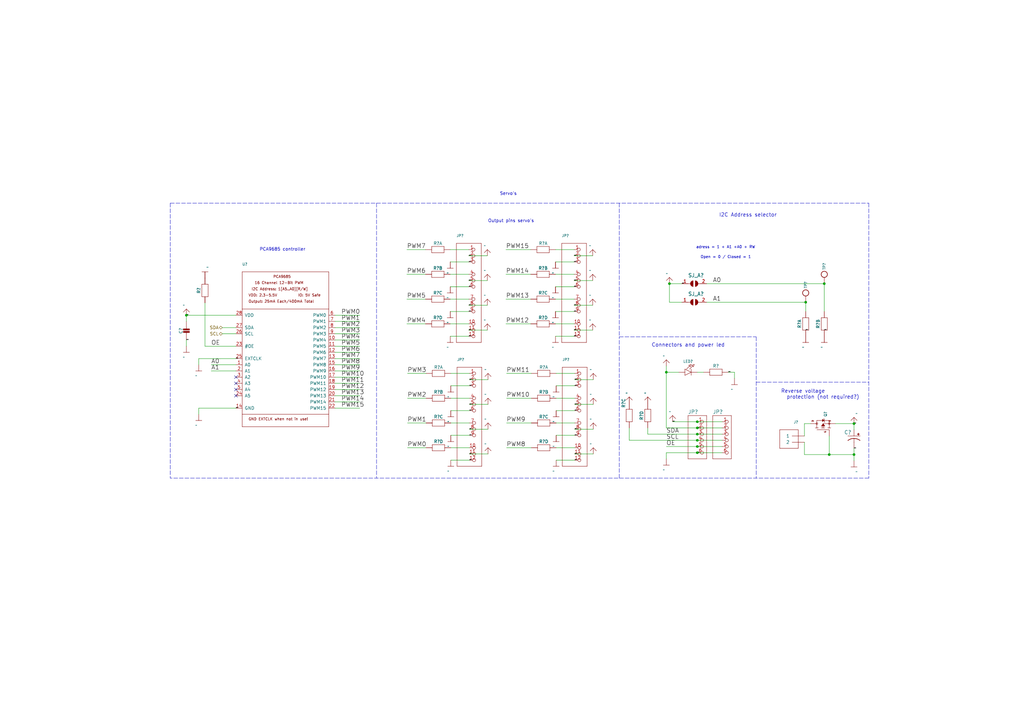
<source format=kicad_sch>
(kicad_sch (version 20211123) (generator eeschema)
  (paper "A3")
  (title_block (date "2022-08-20") (rev "V1.0") (comment 1 "Casper Tak"))
  (lib_symbols
    (symbol "Adafruit-PCA9685-rev-C-rescue:5.0V-Adafruit_PCA9685_rev_C-eagle-import" (power) (pin_names (offset 1.016))
      (property "Value" "5.0V-Adafruit_PCA9685_rev_C-eagle-import" (at -1.524 1.016 0))
      (symbol "5.0V-Adafruit_PCA9685_rev_C-eagle-import_1_0"
        (polyline (pts (xy -1.27 -1.27) (xy 0 0)))
        (polyline (pts (xy 0 0) (xy 1.27 -1.27)))
        (pin power_in line (at 0 -2.54 90) (length 2.54) (name "5.0V") (number "1"))
      )
    )
    (symbol "Adafruit-PCA9685-rev-C-rescue:CAP_CERAMIC0805-NOOUTLINE-Adafruit_PCA9685_rev_C-eagle-import" (pin_names (offset 1.016))
      (property "Reference" "C" (at -2.286 1.2446 90))
      (property "Value" "CAP_CERAMIC0805-NOOUTLINE-Adafruit_PCA9685_rev_C-eagle-import" (at 2.286 1.2446 90))
      (symbol "CAP_CERAMIC0805-NOOUTLINE-Adafruit_PCA9685_rev_C-eagle-import_1_0"
        (rectangle (start -1.27 0.508) (end 1.27 1.016) (fill (type outline)))
        (rectangle (start -1.27 1.524) (end 1.27 2.032) (fill (type outline)))
        (polyline (pts (xy 0 0.762) (xy 0 0)))
        (polyline (pts (xy 0 2.54) (xy 0 1.778)))
        (pin passive line (at 0 5.08 270) (length 2.54) (name "1") (number "1"))
        (pin passive line (at 0 -2.54 90) (length 2.54) (name "2") (number "2"))
      )
    )
    (symbol "Adafruit-PCA9685-rev-C-rescue:CPOL-USE3.5-8-Adafruit_PCA9685_rev_C-eagle-import" (pin_names (offset 1.016))
      (property "Reference" "C" (at 1.016 0.635 0))
      (property "Value" "CPOL-USE3.5-8-Adafruit_PCA9685_rev_C-eagle-import" (at 1.016 -4.191 0))
      (symbol "CPOL-USE3.5-8-Adafruit_PCA9685_rev_C-eagle-import_1_0"
        (rectangle (start -2.2352 0.6604) (end -1.3462 0.7874) (fill (type outline)))
        (rectangle (start -1.8542 0.2794) (end -1.7272 1.1684) (fill (type outline)))
        (arc (start 0 -1.016) (mid -1.2939 -1.2289) (end -2.4638 -1.8288) (stroke (width 0.254)))
        (polyline (pts (xy -2.54 0) (xy 2.54 0)))
        (polyline (pts (xy 0 -1.016) (xy 0 -2.54)))
        (arc (start 2.4892 -1.8542) (mid 1.3167 -1.2157) (end 0 -0.9906) (stroke (width 0.254)))
        (pin passive line (at 0 2.54 270) (length 2.54) (name "+") (number "+"))
        (pin passive line (at 0 -5.08 90) (length 2.54) (name "-") (number "-"))
      )
    )
    (symbol "Adafruit-PCA9685-rev-C-rescue:GND-Adafruit_PCA9685_rev_C-eagle-import" (power) (pin_names (offset 1.016))
      (property "Value" "GND-Adafruit_PCA9685_rev_C-eagle-import" (at -1.524 -2.54 0))
      (symbol "GND-Adafruit_PCA9685_rev_C-eagle-import_1_0"
        (polyline (pts (xy -1.27 0) (xy 1.27 0)))
        (pin power_in line (at 0 2.54 270) (length 2.54) (name "GND") (number "1"))
      )
    )
    (symbol "Adafruit-PCA9685-rev-C-rescue:HEADER-3X04-Adafruit_PCA9685_rev_C-eagle-import" (pin_names (offset 1.016))
      (property "Reference" "JP" (at -5.08 22.86 0))
      (property "Value" "HEADER-3X04-Adafruit_PCA9685_rev_C-eagle-import" (at -5.08 -22.86 0))
      (symbol "HEADER-3X04-Adafruit_PCA9685_rev_C-eagle-import_1_0"
        (polyline (pts (xy -5.08 -20.32) (xy -5.08 20.32)))
        (polyline (pts (xy -5.08 20.32) (xy 5.08 20.32)))
        (polyline (pts (xy 5.08 -20.32) (xy -5.08 -20.32)))
        (polyline (pts (xy 5.08 20.32) (xy 5.08 -20.32)))
        (pin passive inverted (at 0 17.78 0) (length 2.54) (name "1") (number "1"))
        (pin passive inverted (at 0 -12.7 0) (length 2.54) (name "10") (number "10"))
        (pin passive inverted (at 0 -15.24 0) (length 2.54) (name "11") (number "11"))
        (pin passive inverted (at 0 -17.78 0) (length 2.54) (name "12") (number "12"))
        (pin passive inverted (at 0 15.24 0) (length 2.54) (name "2") (number "2"))
        (pin passive inverted (at 0 12.7 0) (length 2.54) (name "3") (number "3"))
        (pin passive inverted (at 0 7.62 0) (length 2.54) (name "4") (number "4"))
        (pin passive inverted (at 0 5.08 0) (length 2.54) (name "5") (number "5"))
        (pin passive inverted (at 0 2.54 0) (length 2.54) (name "6") (number "6"))
        (pin passive inverted (at 0 -2.54 0) (length 2.54) (name "7") (number "7"))
        (pin passive inverted (at 0 -5.08 0) (length 2.54) (name "8") (number "8"))
        (pin passive inverted (at 0 -7.62 0) (length 2.54) (name "9") (number "9"))
      )
    )
    (symbol "Adafruit-PCA9685-rev-C-rescue:LED0805_NOOUTLINE-Adafruit_PCA9685_rev_C-eagle-import" (pin_names (offset 1.016))
      (property "Reference" "D" (at -1.27 4.445 0))
      (property "Value" "LED0805_NOOUTLINE-Adafruit_PCA9685_rev_C-eagle-import" (at -1.27 -2.794 0))
      (symbol "LED0805_NOOUTLINE-Adafruit_PCA9685_rev_C-eagle-import_1_0"
        (polyline (pts (xy -2.54 -1.27) (xy 0 0)))
        (polyline (pts (xy -2.54 1.27) (xy -2.54 -1.27)))
        (polyline (pts (xy -1.905 1.27) (xy -0.635 2.54)))
        (polyline (pts (xy -0.9398 2.8448) (xy -0.3048 2.2098)))
        (polyline (pts (xy -0.635 1.27) (xy 0.635 2.54)))
        (polyline (pts (xy -0.3048 2.2098) (xy 0 3.175)))
        (polyline (pts (xy 0 0) (xy -2.54 1.27)))
        (polyline (pts (xy 0 0) (xy 0 -1.27)))
        (polyline (pts (xy 0 1.27) (xy 0 0)))
        (polyline (pts (xy 0 3.175) (xy -0.9398 2.8448)))
        (polyline (pts (xy 0.3048 2.8448) (xy 0.9398 2.2098)))
        (polyline (pts (xy 0.9398 2.2098) (xy 1.27 3.175)))
        (polyline (pts (xy 1.27 3.175) (xy 0.3048 2.8448)))
        (pin passive line (at -5.08 0 0) (length 2.54) (name "A") (number "A"))
        (pin passive line (at 2.54 0 180) (length 2.54) (name "C") (number "C"))
      )
    )
    (symbol "Adafruit-PCA9685-rev-C-rescue:MOSFET-PTO252-Adafruit_PCA9685_rev_C-eagle-import" (pin_names (offset 1.016))
      (property "Reference" "Q" (at 2.794 0.381 0))
      (property "Value" "MOSFET-PTO252-Adafruit_PCA9685_rev_C-eagle-import" (at 2.794 -1.905 0))
      (symbol "MOSFET-PTO252-Adafruit_PCA9685_rev_C-eagle-import_1_0"
        (circle (center 0 -2.54) (radius 0.3556))
        (polyline (pts (xy -2.54 -2.54) (xy -2.54 2.54)))
        (polyline (pts (xy -1.778 -3.175) (xy -1.778 -2.54)))
        (polyline (pts (xy -1.778 -2.54) (xy -1.778 -1.905)))
        (polyline (pts (xy -1.778 -2.54) (xy 1.27 -2.54)))
        (polyline (pts (xy -1.778 -0.762) (xy -1.778 0)))
        (polyline (pts (xy -1.778 0) (xy -1.778 0.762)))
        (polyline (pts (xy -1.778 0) (xy 0 0)))
        (polyline (pts (xy -1.778 1.905) (xy -1.778 2.54)))
        (polyline (pts (xy -1.778 2.54) (xy -1.778 3.175)))
        (polyline (pts (xy 0 0) (xy 0 2.54)))
        (polyline (pts (xy 0 2.54) (xy -1.778 2.54)))
        (polyline (pts (xy 0 2.54) (xy 1.27 2.54)))
        (polyline (pts (xy 0.508 0.762) (xy 0.762 0.508)))
        (polyline (pts (xy 0.762 0.508) (xy 1.27 0.508)))
        (polyline (pts (xy 1.27 -2.54) (xy 1.27 0.508)))
        (polyline (pts (xy 1.27 0.508) (xy 1.27 2.54)))
        (polyline (pts (xy 1.27 0.508) (xy 1.778 0.508)))
        (polyline (pts (xy 1.778 0.508) (xy 2.032 0.254)))
        (polyline (pts (xy 0 0) (xy -1.016 0.762) (xy -1.016 -0.762)) (fill (type outline)))
        (polyline (pts (xy 1.27 0.508) (xy 1.778 -0.254) (xy 0.762 -0.254)) (fill (type outline)))
        (circle (center 0 2.54) (radius 0.3556))
        (text "D" (at 0.635 -3.81 0) (effects (font (size 0.6858 0.6858)) (justify left bottom)))
        (text "G" (at -3.81 1.27 0) (effects (font (size 0.6858 0.6858)) (justify left bottom)))
        (text "S" (at 0.635 3.175 0) (effects (font (size 0.6858 0.6858)) (justify left bottom)))
        (pin passive line (at -5.08 2.54 0) (length 2.54) (name "G") (number "1"))
        (pin passive line (at 0 5.08 270) (length 2.54) (name "S") (number "2"))
        (pin passive line (at 0 -5.08 90) (length 2.54) (name "D") (number "3"))
      )
    )
    (symbol "Adafruit-PCA9685-rev-C-rescue:PCA9685-Adafruit_PCA9685_rev_C-eagle-import" (pin_names (offset 1.016))
      (property "Reference" "U" (at -17.78 35.56 0))
      (property "Value" "PCA9685-Adafruit_PCA9685_rev_C-eagle-import" (at -17.78 -33.02 0))
      (symbol "PCA9685-Adafruit_PCA9685_rev_C-eagle-import_1_0"
        (polyline (pts (xy -17.78 -30.48) (xy -17.78 -25.4)))
        (polyline (pts (xy -17.78 -25.4) (xy -17.78 17.78)))
        (polyline (pts (xy -17.78 -25.4) (xy 17.78 -25.4)))
        (polyline (pts (xy -17.78 17.78) (xy -17.78 33.02)))
        (polyline (pts (xy -17.78 17.78) (xy 17.78 17.78)))
        (polyline (pts (xy -17.78 33.02) (xy 17.78 33.02)))
        (polyline (pts (xy 17.78 -30.48) (xy -17.78 -30.48)))
        (polyline (pts (xy 17.78 17.78) (xy 17.78 -30.48)))
        (polyline (pts (xy 17.78 17.78) (xy 17.78 33.02)))
        (text "16 Channel 12-Bit PWM" (at -12.7 27.94 0) (effects (font (size 1.0668 1.0668)) (justify left bottom)))
        (text "GND EXTCLK when not in use!" (at -15.24 -27.94 0) (effects (font (size 1.0668 1.0668)) (justify left bottom)))
        (text "I2C Address: 1[A5..A0][R/W]" (at -13.97 25.4 0) (effects (font (size 1.0668 1.0668)) (justify left bottom)))
        (text "IO: 5V Safe" (at 5.08 22.86 0) (effects (font (size 1.0668 1.0668)) (justify left bottom)))
        (text "Output: 25mA Each/400mA Total" (at -15.24 20.32 0) (effects (font (size 1.0668 1.0668)) (justify left bottom)))
        (text "PCA9685" (at -5.08 30.48 0) (effects (font (size 1.0668 1.0668)) (justify left bottom)))
        (text "VDD: 2.3-5.5V" (at -15.24 22.86 0) (effects (font (size 1.0668 1.0668)) (justify left bottom)))
        (pin bidirectional line (at -20.32 -5.08 0) (length 2.54) (name "A0") (number "1"))
        (pin output line (at 20.32 5.08 180) (length 2.54) (name "PWM4") (number "10"))
        (pin output line (at 20.32 2.54 180) (length 2.54) (name "PWM5") (number "11"))
        (pin output line (at 20.32 0 180) (length 2.54) (name "PWM6") (number "12"))
        (pin output line (at 20.32 -2.54 180) (length 2.54) (name "PWM7") (number "13"))
        (pin power_in line (at -20.32 -22.86 0) (length 2.54) (name "GND") (number "14"))
        (pin output line (at 20.32 -5.08 180) (length 2.54) (name "PWM8") (number "15"))
        (pin output line (at 20.32 -7.62 180) (length 2.54) (name "PWM9") (number "16"))
        (pin output line (at 20.32 -10.16 180) (length 2.54) (name "PWM10") (number "17"))
        (pin output line (at 20.32 -12.7 180) (length 2.54) (name "PWM11") (number "18"))
        (pin output line (at 20.32 -15.24 180) (length 2.54) (name "PWM12") (number "19"))
        (pin bidirectional line (at -20.32 -7.62 0) (length 2.54) (name "A1") (number "2"))
        (pin output line (at 20.32 -17.78 180) (length 2.54) (name "PWM13") (number "20"))
        (pin output line (at 20.32 -20.32 180) (length 2.54) (name "PWM14") (number "21"))
        (pin output line (at 20.32 -22.86 180) (length 2.54) (name "PWM15") (number "22"))
        (pin input line (at -20.32 2.54 0) (length 2.54) (name "#OE") (number "23"))
        (pin bidirectional line (at -20.32 -17.78 0) (length 2.54) (name "A5") (number "24"))
        (pin input line (at -20.32 -2.54 0) (length 2.54) (name "EXTCLK") (number "25"))
        (pin bidirectional line (at -20.32 7.62 0) (length 2.54) (name "SCL") (number "26"))
        (pin bidirectional line (at -20.32 10.16 0) (length 2.54) (name "SDA") (number "27"))
        (pin power_in line (at -20.32 15.24 0) (length 2.54) (name "VDD") (number "28"))
        (pin bidirectional line (at -20.32 -10.16 0) (length 2.54) (name "A2") (number "3"))
        (pin bidirectional line (at -20.32 -12.7 0) (length 2.54) (name "A3") (number "4"))
        (pin bidirectional line (at -20.32 -15.24 0) (length 2.54) (name "A4") (number "5"))
        (pin output line (at 20.32 15.24 180) (length 2.54) (name "PWM0") (number "6"))
        (pin output line (at 20.32 12.7 180) (length 2.54) (name "PWM1") (number "7"))
        (pin output line (at 20.32 10.16 180) (length 2.54) (name "PWM2") (number "8"))
        (pin output line (at 20.32 7.62 180) (length 2.54) (name "PWM3") (number "9"))
      )
    )
    (symbol "Adafruit-PCA9685-rev-C-rescue:PINHD-1X6CB-Adafruit_PCA9685_rev_C-eagle-import" (pin_names (offset 1.016))
      (property "Reference" "JP" (at -6.35 10.795 0))
      (property "Value" "PINHD-1X6CB-Adafruit_PCA9685_rev_C-eagle-import" (at -6.35 -10.16 0))
      (symbol "PINHD-1X6CB-Adafruit_PCA9685_rev_C-eagle-import_1_0"
        (polyline (pts (xy -6.35 -7.62) (xy 1.27 -7.62)))
        (polyline (pts (xy -6.35 10.16) (xy -6.35 -7.62)))
        (polyline (pts (xy 1.27 -7.62) (xy 1.27 10.16)))
        (polyline (pts (xy 1.27 10.16) (xy -6.35 10.16)))
        (pin passive inverted (at -2.54 7.62 0) (length 2.54) (name "1") (number "1"))
        (pin passive inverted (at -2.54 5.08 0) (length 2.54) (name "2") (number "2"))
        (pin passive inverted (at -2.54 2.54 0) (length 2.54) (name "3") (number "3"))
        (pin passive inverted (at -2.54 0 0) (length 2.54) (name "4") (number "4"))
        (pin passive inverted (at -2.54 -2.54 0) (length 2.54) (name "5") (number "5"))
        (pin passive inverted (at -2.54 -5.08 0) (length 2.54) (name "6") (number "6"))
      )
    )
    (symbol "Adafruit-PCA9685-rev-C-rescue:RESISTOR0805_NOOUTLINE-Adafruit_PCA9685_rev_C-eagle-import" (pin_names (offset 1.016))
      (property "Reference" "R" (at 0 2.54 0))
      (property "Value" "RESISTOR0805_NOOUTLINE-Adafruit_PCA9685_rev_C-eagle-import" (at 0 0 0))
      (symbol "RESISTOR0805_NOOUTLINE-Adafruit_PCA9685_rev_C-eagle-import_1_0"
        (polyline (pts (xy -2.54 -1.27) (xy -2.54 1.27)))
        (polyline (pts (xy -2.54 1.27) (xy 2.54 1.27)))
        (polyline (pts (xy 2.54 -1.27) (xy -2.54 -1.27)))
        (polyline (pts (xy 2.54 1.27) (xy 2.54 -1.27)))
        (pin passive line (at -5.08 0 0) (length 2.54) (name "1") (number "1"))
        (pin passive line (at 5.08 0 180) (length 2.54) (name "2") (number "2"))
      )
    )
    (symbol "Adafruit-PCA9685-rev-C-rescue:RESISTOR_0805MP-Adafruit_PCA9685_rev_C-eagle-import" (pin_names (offset 1.016))
      (property "Reference" "R" (at 0 2.54 0))
      (property "Value" "RESISTOR_0805MP-Adafruit_PCA9685_rev_C-eagle-import" (at 0 0 0))
      (symbol "RESISTOR_0805MP-Adafruit_PCA9685_rev_C-eagle-import_1_0"
        (polyline (pts (xy -2.54 -1.27) (xy -2.54 1.27)))
        (polyline (pts (xy -2.54 1.27) (xy 2.54 1.27)))
        (polyline (pts (xy 2.54 -1.27) (xy -2.54 -1.27)))
        (polyline (pts (xy 2.54 1.27) (xy 2.54 -1.27)))
        (pin passive line (at -5.08 0 0) (length 2.54) (name "1") (number "1"))
        (pin passive line (at 5.08 0 180) (length 2.54) (name "2") (number "2"))
      )
    )
    (symbol "Adafruit-PCA9685-rev-C-rescue:RESISTOR_4PACK-Adafruit_PCA9685_rev_C-eagle-import" (pin_names (offset 1.016))
      (property "Reference" "R" (at 0 2.54 0))
      (property "Value" "RESISTOR_4PACK-Adafruit_PCA9685_rev_C-eagle-import" (at 0 0 0))
      (symbol "RESISTOR_4PACK-Adafruit_PCA9685_rev_C-eagle-import_1_0"
        (polyline (pts (xy -2.54 -1.27) (xy -2.54 1.27)))
        (polyline (pts (xy -2.54 1.27) (xy 2.54 1.27)))
        (polyline (pts (xy 2.54 -1.27) (xy -2.54 -1.27)))
        (polyline (pts (xy 2.54 1.27) (xy 2.54 -1.27)))
        (pin passive line (at -5.08 0 0) (length 2.54) (name "1") (number "1"))
        (pin passive line (at 5.08 0 180) (length 2.54) (name "2") (number "8"))
      )
      (symbol "RESISTOR_4PACK-Adafruit_PCA9685_rev_C-eagle-import_2_0"
        (polyline (pts (xy -2.54 -1.27) (xy -2.54 1.27)))
        (polyline (pts (xy -2.54 1.27) (xy 2.54 1.27)))
        (polyline (pts (xy 2.54 -1.27) (xy -2.54 -1.27)))
        (polyline (pts (xy 2.54 1.27) (xy 2.54 -1.27)))
        (pin passive line (at -5.08 0 0) (length 2.54) (name "1") (number "2"))
        (pin passive line (at 5.08 0 180) (length 2.54) (name "2") (number "7"))
      )
      (symbol "RESISTOR_4PACK-Adafruit_PCA9685_rev_C-eagle-import_3_0"
        (polyline (pts (xy -2.54 -1.27) (xy -2.54 1.27)))
        (polyline (pts (xy -2.54 1.27) (xy 2.54 1.27)))
        (polyline (pts (xy 2.54 -1.27) (xy -2.54 -1.27)))
        (polyline (pts (xy 2.54 1.27) (xy 2.54 -1.27)))
        (pin passive line (at -5.08 0 0) (length 2.54) (name "1") (number "3"))
        (pin passive line (at 5.08 0 180) (length 2.54) (name "2") (number "6"))
      )
      (symbol "RESISTOR_4PACK-Adafruit_PCA9685_rev_C-eagle-import_4_0"
        (polyline (pts (xy -2.54 -1.27) (xy -2.54 1.27)))
        (polyline (pts (xy -2.54 1.27) (xy 2.54 1.27)))
        (polyline (pts (xy 2.54 -1.27) (xy -2.54 -1.27)))
        (polyline (pts (xy 2.54 1.27) (xy 2.54 -1.27)))
        (pin passive line (at -5.08 0 0) (length 2.54) (name "1") (number "4"))
        (pin passive line (at 5.08 0 180) (length 2.54) (name "2") (number "5"))
      )
    )
    (symbol "Adafruit-PCA9685-rev-C-rescue:SOLDERJUMPERREFLOW_NOPASTE-Adafruit_PCA9685_rev_C-eagle-import" (pin_names (offset 1.016))
      (property "Reference" "SJ" (at -2.54 2.54 0))
      (property "Value" "SOLDERJUMPERREFLOW_NOPASTE-Adafruit_PCA9685_rev_C-eagle-import" (at -2.54 -3.81 0))
      (symbol "SOLDERJUMPERREFLOW_NOPASTE-Adafruit_PCA9685_rev_C-eagle-import_1_0"
        (arc (start -0.381 1.2446) (mid -1.6005 0) (end -0.381 -1.2446) (stroke (width 0.0254)) (fill (type outline)))
        (polyline (pts (xy -2.54 0) (xy -1.651 0)))
        (polyline (pts (xy 2.54 0) (xy 1.651 0)))
        (arc (start 0.381 -1.2446) (mid 1.6005 0) (end 0.381 1.2446) (stroke (width 0.0254)) (fill (type outline)))
        (pin passive line (at -5.08 0 0) (length 2.54) (name "1") (number "1"))
        (pin passive line (at 5.08 0 180) (length 2.54) (name "2") (number "2"))
      )
    )
    (symbol "Adafruit-PCA9685-rev-C-rescue:TERMBLOCK_1X2-Adafruit_PCA9685_rev_C-eagle-import" (pin_names (offset 1.016))
      (property "Reference" "X" (at -2.54 7.62 0))
      (property "Value" "TERMBLOCK_1X2-Adafruit_PCA9685_rev_C-eagle-import" (at -2.54 -5.08 0))
      (symbol "TERMBLOCK_1X2-Adafruit_PCA9685_rev_C-eagle-import_1_0"
        (polyline (pts (xy -2.54 -2.54) (xy 5.08 -2.54)))
        (polyline (pts (xy -2.54 5.08) (xy -2.54 -2.54)))
        (polyline (pts (xy 5.08 -2.54) (xy 5.08 5.08)))
        (polyline (pts (xy 5.08 5.08) (xy -2.54 5.08)))
        (pin passive line (at -5.08 2.54 0) (length 5.08) (name "1") (number "1"))
        (pin passive line (at -5.08 0 0) (length 5.08) (name "2") (number "2"))
      )
    )
    (symbol "Adafruit-PCA9685-rev-C-rescue:TESTPOINTROUND1MM-Adafruit_PCA9685_rev_C-eagle-import" (pin_names (offset 1.016))
      (property "Reference" "TP" (at 0 5.588 90))
      (property "Value" "TESTPOINTROUND1MM-Adafruit_PCA9685_rev_C-eagle-import" (at 1.651 5.588 90))
      (symbol "TESTPOINTROUND1MM-Adafruit_PCA9685_rev_C-eagle-import_1_0"
        (circle (center 0 3.81) (radius 1.27) (stroke (width 0.254)))
        (pin bidirectional line (at 0 0 90) (length 2.54) (name "P$1") (number "P$1"))
      )
    )
    (symbol "Adafruit-PCA9685-rev-C-rescue:VCC-Adafruit_PCA9685_rev_C-eagle-import" (power) (pin_names (offset 1.016))
      (property "Value" "VCC-Adafruit_PCA9685_rev_C-eagle-import" (at -1.524 1.016 0))
      (symbol "VCC-Adafruit_PCA9685_rev_C-eagle-import_1_0"
        (polyline (pts (xy -1.27 -1.27) (xy 0 0)))
        (polyline (pts (xy 0 0) (xy 1.27 -1.27)))
        (pin power_in line (at 0 -2.54 90) (length 2.54) (name "VCC") (number "1"))
      )
    )
  )
  (junction (at 286.004 172.974))
  (junction (at 350.266 186.436))
  (junction (at 286.004 183.134))
  (junction (at 286.004 185.674))
  (junction (at 273.304 152.654))
  (junction (at 330.454 123.952))
  (junction (at 286.004 175.514))
  (junction (at 286.004 178.054))
  (junction (at 274.574 116.332))
  (junction (at 76.454 129.286))
  (junction (at 350.266 173.736))
  (junction (at 286.004 180.594))
  (junction (at 340.106 186.436))
  (junction (at 338.074 116.332))
  (no_connect (at 96.774 162.306))
  (no_connect (at 96.774 157.226))
  (no_connect (at 96.774 159.766))
  (no_connect (at 96.774 154.686))
  (wire (pts (xy 286.004 175.514) (xy 273.304 175.514)))
  (polyline (pts (xy 154.432 83.312) (xy 154.432 196.088)))
  (wire (pts (xy 235.458 127.762) (xy 227.838 127.762)))
  (wire (pts (xy 192.532 155.702) (xy 200.152 155.702)))
  (wire (pts (xy 96.774 147.066) (xy 81.534 147.066)))
  (wire (pts (xy 84.074 141.986) (xy 84.074 124.206)))
  (wire (pts (xy 217.678 132.842) (xy 207.518 132.842)))
  (wire (pts (xy 350.266 186.436) (xy 350.266 188.976)))
  (wire (pts (xy 227.838 102.362) (xy 235.458 102.362)))
  (wire (pts (xy 235.458 135.382) (xy 243.078 135.382)))
  (wire (pts (xy 227.838 112.522) (xy 235.458 112.522)))
  (wire (pts (xy 274.574 123.952) (xy 274.574 116.332)))
  (wire (pts (xy 76.454 139.446) (xy 76.454 141.986)))
  (wire (pts (xy 174.498 122.682) (xy 166.878 122.682)))
  (wire (pts (xy 286.004 185.674) (xy 273.304 185.674)))
  (wire (pts (xy 273.304 175.514) (xy 273.304 152.654)))
  (wire (pts (xy 137.414 141.986) (xy 147.574 141.986)))
  (wire (pts (xy 227.838 132.842) (xy 235.458 132.842)))
  (wire (pts (xy 235.712 165.862) (xy 243.332 165.862)))
  (polyline (pts (xy 310.134 156.718) (xy 356.362 156.718)))
  (wire (pts (xy 286.004 180.594) (xy 258.064 180.594)))
  (wire (pts (xy 137.414 152.146) (xy 147.574 152.146)))
  (polyline (pts (xy 356.362 83.312) (xy 356.362 196.088)))
  (wire (pts (xy 174.752 183.642) (xy 167.132 183.642)))
  (wire (pts (xy 137.414 159.766) (xy 147.574 159.766)))
  (wire (pts (xy 235.458 117.602) (xy 227.838 117.602)))
  (wire (pts (xy 192.278 135.382) (xy 199.898 135.382)))
  (wire (pts (xy 137.414 134.366) (xy 147.574 134.366)))
  (wire (pts (xy 227.838 122.682) (xy 235.458 122.682)))
  (wire (pts (xy 286.004 172.974) (xy 296.164 172.974)))
  (wire (pts (xy 258.064 180.594) (xy 258.064 175.514)))
  (polyline (pts (xy 254 196.088) (xy 254 138.176)))
  (wire (pts (xy 137.414 136.906) (xy 147.574 136.906)))
  (wire (pts (xy 350.266 186.436) (xy 340.106 186.436)))
  (wire (pts (xy 289.814 123.952) (xy 330.454 123.952)))
  (polyline (pts (xy 69.85 83.312) (xy 356.362 83.312)))
  (polyline (pts (xy 254 138.176) (xy 310.134 138.176)))
  (wire (pts (xy 192.532 168.402) (xy 184.912 168.402)))
  (wire (pts (xy 350.266 183.896) (xy 350.266 186.436)))
  (polyline (pts (xy 69.85 83.312) (xy 69.85 196.088)))
  (wire (pts (xy 332.486 173.736) (xy 329.946 173.736)))
  (wire (pts (xy 296.164 180.594) (xy 286.004 180.594)))
  (wire (pts (xy 192.532 188.722) (xy 184.912 188.722)))
  (wire (pts (xy 137.414 162.306) (xy 147.574 162.306)))
  (wire (pts (xy 235.712 186.182) (xy 243.332 186.182)))
  (polyline (pts (xy 310.134 138.176) (xy 310.134 196.088)))
  (wire (pts (xy 279.654 123.952) (xy 274.574 123.952)))
  (wire (pts (xy 217.678 112.522) (xy 207.518 112.522)))
  (wire (pts (xy 217.932 173.482) (xy 207.772 173.482)))
  (wire (pts (xy 192.278 115.062) (xy 199.898 115.062)))
  (wire (pts (xy 235.458 104.902) (xy 243.078 104.902)))
  (wire (pts (xy 235.712 178.562) (xy 228.092 178.562)))
  (wire (pts (xy 192.278 125.222) (xy 199.898 125.222)))
  (wire (pts (xy 137.414 149.606) (xy 147.574 149.606)))
  (wire (pts (xy 340.106 178.816) (xy 340.106 186.436)))
  (wire (pts (xy 273.304 185.674) (xy 273.304 188.214)))
  (wire (pts (xy 298.704 152.654) (xy 301.244 152.654)))
  (wire (pts (xy 184.912 163.322) (xy 192.532 163.322)))
  (wire (pts (xy 91.186 136.906) (xy 96.774 136.906)))
  (wire (pts (xy 137.414 139.446) (xy 147.574 139.446)))
  (wire (pts (xy 184.658 122.682) (xy 192.278 122.682)))
  (wire (pts (xy 137.414 129.286) (xy 147.574 129.286)))
  (wire (pts (xy 137.414 131.826) (xy 147.574 131.826)))
  (wire (pts (xy 137.414 157.226) (xy 147.574 157.226)))
  (wire (pts (xy 235.712 176.022) (xy 243.332 176.022)))
  (wire (pts (xy 217.932 163.322) (xy 207.772 163.322)))
  (wire (pts (xy 184.912 173.482) (xy 192.532 173.482)))
  (wire (pts (xy 340.106 186.436) (xy 329.946 186.436)))
  (wire (pts (xy 286.004 152.654) (xy 288.544 152.654)))
  (wire (pts (xy 296.164 175.514) (xy 286.004 175.514)))
  (wire (pts (xy 96.774 152.146) (xy 86.614 152.146)))
  (wire (pts (xy 137.414 147.066) (xy 147.574 147.066)))
  (wire (pts (xy 137.414 164.846) (xy 147.574 164.846)))
  (wire (pts (xy 235.712 158.242) (xy 228.092 158.242)))
  (wire (pts (xy 192.278 107.442) (xy 184.658 107.442)))
  (wire (pts (xy 192.532 158.242) (xy 184.912 158.242)))
  (wire (pts (xy 184.658 112.522) (xy 192.278 112.522)))
  (wire (pts (xy 289.814 116.332) (xy 338.074 116.332)))
  (wire (pts (xy 296.164 178.054) (xy 286.004 178.054)))
  (wire (pts (xy 192.532 176.022) (xy 200.152 176.022)))
  (wire (pts (xy 76.454 129.286) (xy 96.774 129.286)))
  (wire (pts (xy 296.164 183.134) (xy 286.004 183.134)))
  (wire (pts (xy 217.678 122.682) (xy 207.518 122.682)))
  (wire (pts (xy 96.774 141.986) (xy 84.074 141.986)))
  (wire (pts (xy 192.278 117.602) (xy 184.658 117.602)))
  (wire (pts (xy 273.304 152.654) (xy 278.384 152.654)))
  (wire (pts (xy 286.004 178.054) (xy 265.684 178.054)))
  (wire (pts (xy 330.454 123.952) (xy 330.454 127.762)))
  (wire (pts (xy 235.712 188.722) (xy 228.092 188.722)))
  (wire (pts (xy 174.752 163.322) (xy 167.132 163.322)))
  (wire (pts (xy 76.454 129.286) (xy 76.454 131.826)))
  (wire (pts (xy 228.092 153.162) (xy 235.712 153.162)))
  (wire (pts (xy 174.498 132.842) (xy 166.878 132.842)))
  (wire (pts (xy 174.498 102.362) (xy 166.878 102.362)))
  (wire (pts (xy 235.458 137.922) (xy 227.838 137.922)))
  (wire (pts (xy 217.932 183.642) (xy 207.772 183.642)))
  (wire (pts (xy 96.774 149.606) (xy 86.614 149.606)))
  (wire (pts (xy 166.878 112.522) (xy 174.498 112.522)))
  (wire (pts (xy 228.092 163.322) (xy 235.712 163.322)))
  (wire (pts (xy 275.844 172.974) (xy 286.004 172.974)))
  (wire (pts (xy 184.912 183.642) (xy 192.532 183.642)))
  (wire (pts (xy 329.946 186.436) (xy 329.946 181.356)))
  (wire (pts (xy 192.278 104.902) (xy 199.898 104.902)))
  (wire (pts (xy 350.266 173.736) (xy 350.266 176.276)))
  (wire (pts (xy 235.458 115.062) (xy 243.078 115.062)))
  (wire (pts (xy 286.004 183.134) (xy 273.304 183.134)))
  (wire (pts (xy 137.414 144.526) (xy 147.574 144.526)))
  (wire (pts (xy 235.458 125.222) (xy 243.078 125.222)))
  (wire (pts (xy 81.534 147.066) (xy 81.534 149.606)))
  (wire (pts (xy 192.532 186.182) (xy 200.152 186.182)))
  (wire (pts (xy 228.092 183.642) (xy 235.712 183.642)))
  (wire (pts (xy 91.186 134.366) (xy 96.774 134.366)))
  (polyline (pts (xy 356.362 196.088) (xy 69.85 196.088)))
  (wire (pts (xy 192.278 127.762) (xy 184.658 127.762)))
  (wire (pts (xy 342.646 173.736) (xy 350.266 173.736)))
  (wire (pts (xy 137.414 167.386) (xy 147.574 167.386)))
  (wire (pts (xy 228.092 173.482) (xy 235.712 173.482)))
  (wire (pts (xy 265.684 178.054) (xy 265.684 175.514)))
  (wire (pts (xy 329.946 173.736) (xy 329.946 178.816)))
  (wire (pts (xy 217.932 153.162) (xy 207.772 153.162)))
  (wire (pts (xy 279.654 116.332) (xy 274.574 116.332)))
  (wire (pts (xy 137.414 154.686) (xy 147.574 154.686)))
  (wire (pts (xy 174.752 173.482) (xy 167.132 173.482)))
  (wire (pts (xy 217.678 102.362) (xy 207.518 102.362)))
  (wire (pts (xy 235.712 168.402) (xy 228.092 168.402)))
  (wire (pts (xy 296.164 185.674) (xy 286.004 185.674)))
  (wire (pts (xy 184.912 153.162) (xy 192.532 153.162)))
  (wire (pts (xy 273.304 152.654) (xy 273.304 150.114)))
  (wire (pts (xy 235.712 155.702) (xy 243.332 155.702)))
  (polyline (pts (xy 254 83.312) (xy 254 138.176)))
  (wire (pts (xy 301.244 152.654) (xy 301.244 155.194)))
  (wire (pts (xy 338.074 116.332) (xy 338.074 127.762)))
  (wire (pts (xy 96.774 167.386) (xy 81.534 167.386)))
  (wire (pts (xy 81.534 167.386) (xy 81.534 169.926)))
  (wire (pts (xy 235.458 107.442) (xy 227.838 107.442)))
  (wire (pts (xy 184.658 102.362) (xy 192.278 102.362)))
  (wire (pts (xy 174.752 153.162) (xy 167.132 153.162)))
  (wire (pts (xy 192.278 137.922) (xy 184.658 137.922)))
  (wire (pts (xy 192.532 165.862) (xy 200.152 165.862)))
  (wire (pts (xy 184.658 132.842) (xy 192.278 132.842)))
  (wire (pts (xy 192.532 178.562) (xy 184.912 178.562)))
  (text "PCA9685 controller\n" (at 106.426 103.124 0) (effects (font (size 1.27 1.27)) (justify left bottom)))
  (text "Connectors and power led" (at 267.208 142.494 0) (effects (font (size 1.4986 1.4986)) (justify left bottom)))
  (text "Output pins servo's" (at 200.152 91.44 0) (effects (font (size 1.27 1.27)) (justify left bottom)))
  (text "adress = 1 + A1 +A0 + RW" (at 285.496 102.108 0) (effects (font (size 1.1 1.1)) (justify left bottom)))
  (text "I2C Address selector" (at 294.894 89.154 0) (effects (font (size 1.4986 1.4986)) (justify left bottom)))
  (text "Servo's" (at 204.978 80.264 0) (effects (font (size 1.27 1.27)) (justify left bottom)))
  (text "Open = 0 / Closed = 1" (at 287.274 106.172 0) (effects (font (size 1.1 1.1)) (justify left bottom)))
  (text "Reverse voltage\n  protection (not required?)" (at 320.294 163.83 0) (effects (font (size 1.4986 1.4986)) (justify left bottom)))
  (label "GND" (at 235.712 178.562 0) (effects (font (size 0.254 0.254))))
  (label "PWM3" (at 139.954 136.906 0) (effects (font (size 1.778 1.778))))
  (label "GND" (at 235.712 188.722 0) (effects (font (size 0.254 0.254))))
  (label "GND" (at 192.278 137.922 0) (effects (font (size 0.254 0.254))))
  (label "5.0V" (at 192.532 165.862 0) (effects (font (size 0.254 0.254))))
  (label "5.0V" (at 275.844 172.974 0) (effects (font (size 0.254 0.254))))
  (label "GND" (at 286.004 185.674 0) (effects (font (size 0.254 0.254))))
  (label "5.0V" (at 350.266 173.736 0) (effects (font (size 0.254 0.254))))
  (label "A1" (at 86.614 152.146 0) (effects (font (size 1.778 1.778))))
  (label "GND" (at 192.278 117.602 0) (effects (font (size 0.254 0.254))))
  (label "PWM5" (at 166.878 122.682 0) (effects (font (size 1.778 1.778))))
  (label "5.0V" (at 192.532 186.182 0) (effects (font (size 0.254 0.254))))
  (label "GND" (at 96.774 167.386 0) (effects (font (size 0.254 0.254))))
  (label "VCC" (at 279.654 116.332 0) (effects (font (size 0.254 0.254))))
  (label "PWM13" (at 207.518 122.682 0) (effects (font (size 1.778 1.778))))
  (label "PWM13" (at 139.954 162.306 0) (effects (font (size 1.778 1.778))))
  (label "PWM10" (at 139.954 154.686 0) (effects (font (size 1.778 1.778))))
  (label "PWM1" (at 139.954 131.826 0) (effects (font (size 1.778 1.778))))
  (label "PWM12" (at 207.518 132.842 0) (effects (font (size 1.778 1.778))))
  (label "PWM10" (at 207.772 163.322 0) (effects (font (size 1.778 1.778))))
  (label "A0" (at 86.614 149.606 0) (effects (font (size 1.778 1.778))))
  (label "PWM9" (at 139.954 152.146 0) (effects (font (size 1.778 1.778))))
  (label "PWM8" (at 139.954 149.606 0) (effects (font (size 1.778 1.778))))
  (label "PWM12" (at 139.954 159.766 0) (effects (font (size 1.778 1.778))))
  (label "GND" (at 76.454 139.446 0) (effects (font (size 0.254 0.254))))
  (label "5.0V" (at 235.712 165.862 0) (effects (font (size 0.254 0.254))))
  (label "5.0V" (at 235.458 104.902 0) (effects (font (size 0.254 0.254))))
  (label "GND" (at 192.278 107.442 0) (effects (font (size 0.254 0.254))))
  (label "PWM14" (at 207.518 112.522 0) (effects (font (size 1.778 1.778))))
  (label "GND" (at 192.532 178.562 0) (effects (font (size 0.254 0.254))))
  (label "PWM1" (at 167.132 173.482 0) (effects (font (size 1.778 1.778))))
  (label "GND" (at 235.712 158.242 0) (effects (font (size 0.254 0.254))))
  (label "GND" (at 192.532 188.722 0) (effects (font (size 0.254 0.254))))
  (label "GND" (at 298.704 152.654 0) (effects (font (size 0.254 0.254))))
  (label "PWM6" (at 139.954 144.526 0) (effects (font (size 1.778 1.778))))
  (label "GND" (at 235.458 117.602 0) (effects (font (size 0.254 0.254))))
  (label "OE" (at 273.304 183.134 0) (effects (font (size 1.778 1.778))))
  (label "PWM4" (at 139.954 139.446 0) (effects (font (size 1.778 1.778))))
  (label "PWM14" (at 139.954 164.846 0) (effects (font (size 1.778 1.778))))
  (label "PWM4" (at 166.878 132.842 0) (effects (font (size 1.778 1.778))))
  (label "GND" (at 350.266 183.896 0) (effects (font (size 0.254 0.254))))
  (label "PWM2" (at 139.954 134.366 0) (effects (font (size 1.778 1.778))))
  (label "GND" (at 330.454 135.382 0) (effects (font (size 0.254 0.254))))
  (label "5.0V" (at 192.532 176.022 0) (effects (font (size 0.254 0.254))))
  (label "5.0V" (at 192.278 125.222 0) (effects (font (size 0.254 0.254))))
  (label "PWM0" (at 139.954 129.286 0) (effects (font (size 1.778 1.778))))
  (label "PWM8" (at 207.772 183.642 0) (effects (font (size 1.778 1.778))))
  (label "PWM6" (at 166.878 112.522 0) (effects (font (size 1.778 1.778))))
  (label "5.0V" (at 235.712 155.702 0) (effects (font (size 0.254 0.254))))
  (label "PWM7" (at 139.954 147.066 0) (effects (font (size 1.778 1.778))))
  (label "GND" (at 96.774 147.066 0) (effects (font (size 0.254 0.254))))
  (label "5.0V" (at 192.278 104.902 0) (effects (font (size 0.254 0.254))))
  (label "A1" (at 292.354 123.952 0) (effects (font (size 1.778 1.778))))
  (label "GND" (at 235.458 127.762 0) (effects (font (size 0.254 0.254))))
  (label "GND" (at 192.532 158.242 0) (effects (font (size 0.254 0.254))))
  (label "5.0V" (at 235.458 115.062 0) (effects (font (size 0.254 0.254))))
  (label "PWM9" (at 207.772 173.482 0) (effects (font (size 1.778 1.778))))
  (label "5.0V" (at 192.278 135.382 0) (effects (font (size 0.254 0.254))))
  (label "PWM0" (at 167.132 183.642 0) (effects (font (size 1.778 1.778))))
  (label "5.0V" (at 192.532 155.702 0) (effects (font (size 0.254 0.254))))
  (label "SDA" (at 273.304 178.054 0) (effects (font (size 1.778 1.778))))
  (label "5.0V" (at 235.712 186.182 0) (effects (font (size 0.254 0.254))))
  (label "GND" (at 192.278 127.762 0) (effects (font (size 0.254 0.254))))
  (label "PWM11" (at 207.772 153.162 0) (effects (font (size 1.778 1.778))))
  (label "A0" (at 292.354 116.332 0) (effects (font (size 1.778 1.778))))
  (label "SCL" (at 273.304 180.594 0) (effects (font (size 1.778 1.778))))
  (label "PWM3" (at 167.132 153.162 0) (effects (font (size 1.778 1.778))))
  (label "OE" (at 86.614 141.986 0) (effects (font (size 1.778 1.778))))
  (label "PWM11" (at 139.954 157.226 0) (effects (font (size 1.778 1.778))))
  (label "5.0V" (at 235.712 176.022 0) (effects (font (size 0.254 0.254))))
  (label "VCC" (at 286.004 175.514 0) (effects (font (size 0.254 0.254))))
  (label "PWM15" (at 139.954 167.386 0) (effects (font (size 1.778 1.778))))
  (label "PWM7" (at 166.878 102.362 0) (effects (font (size 1.778 1.778))))
  (label "GND" (at 338.074 135.382 0) (effects (font (size 0.254 0.254))))
  (label "PWM5" (at 139.954 141.986 0) (effects (font (size 1.778 1.778))))
  (label "5.0V" (at 235.458 135.382 0) (effects (font (size 0.254 0.254))))
  (label "PWM2" (at 167.132 163.322 0) (effects (font (size 1.778 1.778))))
  (label "5.0V" (at 192.278 115.062 0) (effects (font (size 0.254 0.254))))
  (label "5.0V" (at 235.458 125.222 0) (effects (font (size 0.254 0.254))))
  (label "GND" (at 235.712 168.402 0) (effects (font (size 0.254 0.254))))
  (label "PWM15" (at 207.518 102.362 0) (effects (font (size 1.778 1.778))))
  (label "GND" (at 235.458 137.922 0) (effects (font (size 0.254 0.254))))
  (label "GND" (at 192.532 168.402 0) (effects (font (size 0.254 0.254))))
  (label "VCC" (at 76.454 129.286 0) (effects (font (size 0.254 0.254))))
  (label "GND" (at 235.458 107.442 0) (effects (font (size 0.254 0.254))))
  (hierarchical_label "SDA" (shape bidirectional) (at 91.186 134.366 180))
  (hierarchical_label "SCL" (shape bidirectional) (at 91.186 136.906 180))
  (symbol (lib_id "Adafruit-PCA9685-rev-C-rescue:VCC-Adafruit_PCA9685_rev_C-eagle-import") (at 258.064 162.814 0) (unit 1)
    (property "Reference" "#P+?" (effects hide))
  )
  (symbol (lib_id "Adafruit-PCA9685-rev-C-rescue:TESTPOINTROUND1MM-Adafruit_PCA9685_rev_C-eagle-import") (at 338.074 116.332 0) (unit 1)
    (property "Reference" "TP?" (at 338.074 110.744 90) (effects (font (size 1.0668 1.0668)) (justify left)))
  )
  (symbol (lib_id "Adafruit-PCA9685-rev-C-rescue:RESISTOR_4PACK-Adafruit_PCA9685_rev_C-eagle-import") (at 179.578 102.362 0) (unit 1)
    (property "Reference" "R?" (at 179.578 99.822 0))
  )
  (symbol (lib_id "Adafruit-PCA9685-rev-C-rescue:TERMBLOCK_1X2-Adafruit_PCA9685_rev_C-eagle-import") (at 324.866 181.356 0) (mirror y) (unit 1)
    (property "Reference" "J?" (at 327.406 173.736 0) (effects (font (size 1.0668 1.0668)) (justify left bottom)))
  )
  (symbol (lib_id "Adafruit-PCA9685-rev-C-rescue:GND-Adafruit_PCA9685_rev_C-eagle-import") (at 350.266 191.516 0) (mirror y) (unit 1)
    (property "Reference" "#U$?" (effects hide))
  )
  (symbol (lib_id "Adafruit-PCA9685-rev-C-rescue:MOSFET-PTO252-Adafruit_PCA9685_rev_C-eagle-import") (at 337.566 173.736 270) (mirror x) (unit 1)
    (property "Reference" "Q?" (at 337.947 170.942 0) (effects (font (size 1.0668 1.0668)) (justify left bottom)))
  )
  (symbol (lib_id "Adafruit-PCA9685-rev-C-rescue:RESISTOR_4PACK-Adafruit_PCA9685_rev_C-eagle-import") (at 179.832 153.162 0) (unit 1)
    (property "Reference" "R?" (at 179.832 150.622 0))
  )
  (symbol (lib_id "Adafruit-PCA9685-rev-C-rescue:RESISTOR0805_NOOUTLINE-Adafruit_PCA9685_rev_C-eagle-import") (at 84.074 119.126 90) (unit 1)
    (property "Reference" "R?" (at 81.534 119.126 0))
  )
  (symbol (lib_id "Adafruit-PCA9685-rev-C-rescue:GND-Adafruit_PCA9685_rev_C-eagle-import") (at 301.244 157.734 0) (unit 1)
    (property "Reference" "#U$?" (effects hide))
  )
  (symbol (lib_id "Adafruit-PCA9685-rev-C-rescue:TESTPOINTROUND1MM-Adafruit_PCA9685_rev_C-eagle-import") (at 330.454 123.952 0) (unit 1)
    (property "Reference" "TP?" (at 330.454 118.364 90) (effects (font (size 1.0668 1.0668)) (justify left)))
  )
  (symbol (lib_id "Adafruit-PCA9685-rev-C-rescue:GND-Adafruit_PCA9685_rev_C-eagle-import") (at 76.454 144.526 0) (unit 1)
    (property "Reference" "#U$?" (effects hide))
  )
  (symbol (lib_id "Adafruit-PCA9685-rev-C-rescue:5.0V-Adafruit_PCA9685_rev_C-eagle-import") (at 243.332 173.482 0) (unit 1)
    (property "Reference" "#U$?" (effects hide))
  )
  (symbol (lib_id "Adafruit-PCA9685-rev-C-rescue:RESISTOR_4PACK-Adafruit_PCA9685_rev_C-eagle-import") (at 222.758 112.522 0) (unit 2)
    (property "Reference" "R?" (at 222.758 109.982 0))
  )
  (symbol (lib_id "Adafruit-PCA9685-rev-C-rescue:5.0V-Adafruit_PCA9685_rev_C-eagle-import") (at 200.152 173.482 0) (unit 1)
    (property "Reference" "#U$?" (effects hide))
  )
  (symbol (lib_id "Adafruit-PCA9685-rev-C-rescue:CAP_CERAMIC0805-NOOUTLINE-Adafruit_PCA9685_rev_C-eagle-import") (at 76.454 136.906 0) (unit 1)
    (property "Reference" "C?" (at 74.168 135.6614 90))
  )
  (symbol (lib_id "Adafruit-PCA9685-rev-C-rescue:VCC-Adafruit_PCA9685_rev_C-eagle-import") (at 76.454 126.746 0) (unit 1)
    (property "Reference" "#P+?" (effects hide))
  )
  (symbol (lib_id "Adafruit-PCA9685-rev-C-rescue:GND-Adafruit_PCA9685_rev_C-eagle-import") (at 228.092 181.102 0) (unit 1)
    (property "Reference" "#U$?" (effects hide))
  )
  (symbol (lib_id "Adafruit-PCA9685-rev-C-rescue:RESISTOR_4PACK-Adafruit_PCA9685_rev_C-eagle-import") (at 223.012 153.162 0) (unit 1)
    (property "Reference" "R?" (at 223.012 150.622 0))
  )
  (symbol (lib_id "Adafruit-PCA9685-rev-C-rescue:RESISTOR_4PACK-Adafruit_PCA9685_rev_C-eagle-import") (at 330.454 132.842 90) (unit 1)
    (property "Reference" "R?" (at 327.914 132.842 0))
  )
  (symbol (lib_id "Adafruit-PCA9685-rev-C-rescue:RESISTOR_4PACK-Adafruit_PCA9685_rev_C-eagle-import") (at 179.578 132.842 0) (unit 4)
    (property "Reference" "R?" (at 179.578 130.302 0))
  )
  (symbol (lib_id "Adafruit-PCA9685-rev-C-rescue:LED0805_NOOUTLINE-Adafruit_PCA9685_rev_C-eagle-import") (at 283.464 152.654 0) (unit 1)
    (property "Reference" "LED?" (at 282.194 148.209 0) (effects (font (size 1.0668 1.0668))))
  )
  (symbol (lib_id "Adafruit-PCA9685-rev-C-rescue:GND-Adafruit_PCA9685_rev_C-eagle-import") (at 84.074 111.506 180) (unit 1)
    (property "Reference" "#U$?" (effects hide))
  )
  (symbol (lib_id "Adafruit-PCA9685-rev-C-rescue:5.0V-Adafruit_PCA9685_rev_C-eagle-import") (at 199.898 112.522 0) (unit 1)
    (property "Reference" "#U$?" (effects hide))
  )
  (symbol (lib_id "Adafruit-PCA9685-rev-C-rescue:PINHD-1X6CB-Adafruit_PCA9685_rev_C-eagle-import") (at 288.544 180.594 0) (unit 1)
    (property "Reference" "JP?" (at 282.194 169.799 0) (effects (font (size 1.4986 1.4986)) (justify left bottom)))
  )
  (symbol (lib_id "Adafruit-PCA9685-rev-C-rescue:5.0V-Adafruit_PCA9685_rev_C-eagle-import") (at 200.152 183.642 0) (unit 1)
    (property "Reference" "#U$?" (effects hide))
  )
  (symbol (lib_id "Adafruit-PCA9685-rev-C-rescue:GND-Adafruit_PCA9685_rev_C-eagle-import") (at 184.658 130.302 0) (unit 1)
    (property "Reference" "#U$?" (effects hide))
  )
  (symbol (lib_id "Adafruit-PCA9685-rev-C-rescue:5.0V-Adafruit_PCA9685_rev_C-eagle-import") (at 200.152 153.162 0) (unit 1)
    (property "Reference" "#U$?" (effects hide))
  )
  (symbol (lib_id "Adafruit-PCA9685-rev-C-rescue:RESISTOR_0805MP-Adafruit_PCA9685_rev_C-eagle-import") (at 293.624 152.654 0) (unit 1)
    (property "Reference" "R?" (at 293.624 150.114 0))
  )
  (symbol (lib_id "Adafruit-PCA9685-rev-C-rescue:PINHD-1X6CB-Adafruit_PCA9685_rev_C-eagle-import") (at 298.704 180.594 0) (unit 1)
    (property "Reference" "JP?" (at 292.354 169.799 0) (effects (font (size 1.4986 1.4986)) (justify left bottom)))
  )
  (symbol (lib_id "Adafruit-PCA9685-rev-C-rescue:RESISTOR_4PACK-Adafruit_PCA9685_rev_C-eagle-import") (at 222.758 132.842 0) (unit 4)
    (property "Reference" "R?" (at 222.758 130.302 0))
  )
  (symbol (lib_id "Adafruit-PCA9685-rev-C-rescue:5.0V-Adafruit_PCA9685_rev_C-eagle-import") (at 243.078 112.522 0) (unit 1)
    (property "Reference" "#U$?" (effects hide))
  )
  (symbol (lib_id "Adafruit-PCA9685-rev-C-rescue:RESISTOR_4PACK-Adafruit_PCA9685_rev_C-eagle-import") (at 179.832 163.322 0) (unit 2)
    (property "Reference" "R?" (at 179.832 160.782 0))
  )
  (symbol (lib_id "Adafruit-PCA9685-rev-C-rescue:HEADER-3X04-Adafruit_PCA9685_rev_C-eagle-import") (at 235.712 170.942 0) (unit 1)
    (property "Reference" "JP?" (at 230.632 148.082 0) (effects (font (size 1.0668 1.0668)) (justify left bottom)))
  )
  (symbol (lib_id "Adafruit-PCA9685-rev-C-rescue:5.0V-Adafruit_PCA9685_rev_C-eagle-import") (at 243.078 122.682 0) (unit 1)
    (property "Reference" "#U$?" (effects hide))
  )
  (symbol (lib_id "Adafruit-PCA9685-rev-C-rescue:5.0V-Adafruit_PCA9685_rev_C-eagle-import") (at 243.332 153.162 0) (unit 1)
    (property "Reference" "#U$?" (effects hide))
  )
  (symbol (lib_id "Adafruit-PCA9685-rev-C-rescue:5.0V-Adafruit_PCA9685_rev_C-eagle-import") (at 243.078 132.842 0) (unit 1)
    (property "Reference" "#U$?" (effects hide))
  )
  (symbol (lib_id "Adafruit-PCA9685-rev-C-rescue:GND-Adafruit_PCA9685_rev_C-eagle-import") (at 227.838 109.982 0) (unit 1)
    (property "Reference" "#U$?" (effects hide))
  )
  (symbol (lib_id "Adafruit-PCA9685-rev-C-rescue:RESISTOR_4PACK-Adafruit_PCA9685_rev_C-eagle-import") (at 179.832 183.642 0) (unit 4)
    (property "Reference" "R?" (at 179.832 181.102 0))
  )
  (symbol (lib_id "Adafruit-PCA9685-rev-C-rescue:GND-Adafruit_PCA9685_rev_C-eagle-import") (at 227.838 120.142 0) (unit 1)
    (property "Reference" "#U$?" (effects hide))
  )
  (symbol (lib_id "Adafruit-PCA9685-rev-C-rescue:HEADER-3X04-Adafruit_PCA9685_rev_C-eagle-import") (at 192.278 120.142 0) (unit 1)
    (property "Reference" "JP?" (at 187.198 97.282 0) (effects (font (size 1.0668 1.0668)) (justify left bottom)))
  )
  (symbol (lib_id "Adafruit-PCA9685-rev-C-rescue:GND-Adafruit_PCA9685_rev_C-eagle-import") (at 184.912 191.262 0) (unit 1)
    (property "Reference" "#U$?" (effects hide))
  )
  (symbol (lib_id "Adafruit-PCA9685-rev-C-rescue:GND-Adafruit_PCA9685_rev_C-eagle-import") (at 81.534 172.466 0) (unit 1)
    (property "Reference" "#U$?" (effects hide))
  )
  (symbol (lib_id "Adafruit-PCA9685-rev-C-rescue:RESISTOR_4PACK-Adafruit_PCA9685_rev_C-eagle-import") (at 265.684 170.434 90) (unit 4)
    (property "Reference" "R?" (at 263.144 170.434 0))
  )
  (symbol (lib_id "Adafruit-PCA9685-rev-C-rescue:GND-Adafruit_PCA9685_rev_C-eagle-import") (at 338.074 140.462 0) (unit 1)
    (property "Reference" "#U$?" (effects hide))
  )
  (symbol (lib_id "Adafruit-PCA9685-rev-C-rescue:5.0V-Adafruit_PCA9685_rev_C-eagle-import") (at 243.332 163.322 0) (unit 1)
    (property "Reference" "#U$?" (effects hide))
  )
  (symbol (lib_id "Adafruit-PCA9685-rev-C-rescue:RESISTOR_4PACK-Adafruit_PCA9685_rev_C-eagle-import") (at 223.012 163.322 0) (unit 2)
    (property "Reference" "R?" (at 223.012 160.782 0))
  )
  (symbol (lib_id "Adafruit-PCA9685-rev-C-rescue:VCC-Adafruit_PCA9685_rev_C-eagle-import") (at 265.684 162.814 0) (unit 1)
    (property "Reference" "#P+?" (effects hide))
  )
  (symbol (lib_id "Adafruit-PCA9685-rev-C-rescue:RESISTOR_4PACK-Adafruit_PCA9685_rev_C-eagle-import") (at 222.758 122.682 0) (unit 3)
    (property "Reference" "R?" (at 222.758 120.142 0))
  )
  (symbol (lib_id "Adafruit-PCA9685-rev-C-rescue:VCC-Adafruit_PCA9685_rev_C-eagle-import") (at 274.574 113.792 0) (unit 1)
    (property "Reference" "#P+?" (effects hide))
  )
  (symbol (lib_id "Adafruit-PCA9685-rev-C-rescue:GND-Adafruit_PCA9685_rev_C-eagle-import") (at 273.304 190.754 0) (unit 1)
    (property "Reference" "#U$?" (effects hide))
  )
  (symbol (lib_id "Adafruit-PCA9685-rev-C-rescue:GND-Adafruit_PCA9685_rev_C-eagle-import") (at 227.838 140.462 0) (unit 1)
    (property "Reference" "#U$?" (effects hide))
  )
  (symbol (lib_id "Adafruit-PCA9685-rev-C-rescue:GND-Adafruit_PCA9685_rev_C-eagle-import") (at 184.912 181.102 0) (unit 1)
    (property "Reference" "#U$?" (effects hide))
  )
  (symbol (lib_id "Adafruit-PCA9685-rev-C-rescue:5.0V-Adafruit_PCA9685_rev_C-eagle-import") (at 350.266 171.196 0) (mirror y) (unit 1)
    (property "Reference" "#U$?" (effects hide))
  )
  (symbol (lib_id "Adafruit-PCA9685-rev-C-rescue:RESISTOR_4PACK-Adafruit_PCA9685_rev_C-eagle-import") (at 338.074 132.842 90) (unit 2)
    (property "Reference" "R?" (at 335.534 132.842 0))
  )
  (symbol (lib_id "Adafruit-PCA9685-rev-C-rescue:5.0V-Adafruit_PCA9685_rev_C-eagle-import") (at 243.078 102.362 0) (unit 1)
    (property "Reference" "#U$?" (effects hide))
  )
  (symbol (lib_id "Adafruit-PCA9685-rev-C-rescue:GND-Adafruit_PCA9685_rev_C-eagle-import") (at 184.658 140.462 0) (unit 1)
    (property "Reference" "#U$?" (effects hide))
  )
  (symbol (lib_id "Adafruit-PCA9685-rev-C-rescue:GND-Adafruit_PCA9685_rev_C-eagle-import") (at 81.534 152.146 0) (unit 1)
    (property "Reference" "#U$?" (effects hide))
  )
  (symbol (lib_id "Adafruit-PCA9685-rev-C-rescue:5.0V-Adafruit_PCA9685_rev_C-eagle-import") (at 275.844 170.434 0) (unit 1)
    (property "Reference" "#U$?" (effects hide))
  )
  (symbol (lib_id "Adafruit-PCA9685-rev-C-rescue:5.0V-Adafruit_PCA9685_rev_C-eagle-import") (at 199.898 102.362 0) (unit 1)
    (property "Reference" "#U$?" (effects hide))
  )
  (symbol (lib_id "Adafruit-PCA9685-rev-C-rescue:5.0V-Adafruit_PCA9685_rev_C-eagle-import") (at 200.152 163.322 0) (unit 1)
    (property "Reference" "#U$?" (effects hide))
  )
  (symbol (lib_id "Adafruit-PCA9685-rev-C-rescue:GND-Adafruit_PCA9685_rev_C-eagle-import") (at 228.092 170.942 0) (unit 1)
    (property "Reference" "#U$?" (effects hide))
  )
  (symbol (lib_id "Adafruit-PCA9685-rev-C-rescue:RESISTOR_4PACK-Adafruit_PCA9685_rev_C-eagle-import") (at 258.064 170.434 90) (unit 3)
    (property "Reference" "R?" (at 255.778 165.354 0))
  )
  (symbol (lib_id "Adafruit-PCA9685-rev-C-rescue:SOLDERJUMPERREFLOW_NOPASTE-Adafruit_PCA9685_rev_C-eagle-import") (at 284.734 123.952 0) (unit 1)
    (property "Reference" "SJ_A?" (at 282.194 121.412 0) (effects (font (size 1.4986 1.4986)) (justify left bottom)))
  )
  (symbol (lib_id "Adafruit-PCA9685-rev-C-rescue:PCA9685-Adafruit_PCA9685_rev_C-eagle-import") (at 117.094 144.526 0) (unit 1)
    (property "Reference" "U?" (at 99.314 108.966 0) (effects (font (size 1.0668 1.0668)) (justify left bottom)))
  )
  (symbol (lib_id "Adafruit-PCA9685-rev-C-rescue:RESISTOR_4PACK-Adafruit_PCA9685_rev_C-eagle-import") (at 223.012 173.482 0) (unit 3)
    (property "Reference" "R?" (at 223.012 170.942 0))
  )
  (symbol (lib_id "Adafruit-PCA9685-rev-C-rescue:5.0V-Adafruit_PCA9685_rev_C-eagle-import") (at 199.898 132.842 0) (unit 1)
    (property "Reference" "#U$?" (effects hide))
  )
  (symbol (lib_id "Adafruit-PCA9685-rev-C-rescue:RESISTOR_4PACK-Adafruit_PCA9685_rev_C-eagle-import") (at 179.578 112.522 0) (unit 2)
    (property "Reference" "R?" (at 179.578 109.982 0))
  )
  (symbol (lib_id "Adafruit-PCA9685-rev-C-rescue:RESISTOR_4PACK-Adafruit_PCA9685_rev_C-eagle-import") (at 222.758 102.362 0) (unit 1)
    (property "Reference" "R?" (at 222.758 99.822 0))
  )
  (symbol (lib_id "Adafruit-PCA9685-rev-C-rescue:RESISTOR_4PACK-Adafruit_PCA9685_rev_C-eagle-import") (at 223.012 183.642 0) (unit 4)
    (property "Reference" "R?" (at 223.012 181.102 0))
  )
  (symbol (lib_id "Adafruit-PCA9685-rev-C-rescue:SOLDERJUMPERREFLOW_NOPASTE-Adafruit_PCA9685_rev_C-eagle-import") (at 284.734 116.332 0) (unit 1)
    (property "Reference" "SJ_A?" (at 282.194 113.792 0) (effects (font (size 1.4986 1.4986)) (justify left bottom)))
  )
  (symbol (lib_id "Adafruit-PCA9685-rev-C-rescue:5.0V-Adafruit_PCA9685_rev_C-eagle-import") (at 199.898 122.682 0) (unit 1)
    (property "Reference" "#U$?" (effects hide))
  )
  (symbol (lib_id "Adafruit-PCA9685-rev-C-rescue:GND-Adafruit_PCA9685_rev_C-eagle-import") (at 184.658 120.142 0) (unit 1)
    (property "Reference" "#U$?" (effects hide))
  )
  (symbol (lib_id "Adafruit-PCA9685-rev-C-rescue:GND-Adafruit_PCA9685_rev_C-eagle-import") (at 228.092 160.782 0) (unit 1)
    (property "Reference" "#U$?" (effects hide))
  )
  (symbol (lib_id "Adafruit-PCA9685-rev-C-rescue:HEADER-3X04-Adafruit_PCA9685_rev_C-eagle-import") (at 235.458 120.142 0) (unit 1)
    (property "Reference" "JP?" (at 230.378 97.282 0) (effects (font (size 1.0668 1.0668)) (justify left bottom)))
  )
  (symbol (lib_id "Adafruit-PCA9685-rev-C-rescue:HEADER-3X04-Adafruit_PCA9685_rev_C-eagle-import") (at 192.532 170.942 0) (unit 1)
    (property "Reference" "JP?" (at 187.452 148.082 0) (effects (font (size 1.0668 1.0668)) (justify left bottom)))
  )
  (symbol (lib_id "Adafruit-PCA9685-rev-C-rescue:5.0V-Adafruit_PCA9685_rev_C-eagle-import") (at 243.332 183.642 0) (unit 1)
    (property "Reference" "#U$?" (effects hide))
  )
  (symbol (lib_id "Adafruit-PCA9685-rev-C-rescue:RESISTOR_4PACK-Adafruit_PCA9685_rev_C-eagle-import") (at 179.832 173.482 0) (unit 3)
    (property "Reference" "R?" (at 179.832 170.942 0))
  )
  (symbol (lib_id "Adafruit-PCA9685-rev-C-rescue:GND-Adafruit_PCA9685_rev_C-eagle-import") (at 184.912 170.942 0) (unit 1)
    (property "Reference" "#U$?" (effects hide))
  )
  (symbol (lib_id "Adafruit-PCA9685-rev-C-rescue:GND-Adafruit_PCA9685_rev_C-eagle-import") (at 227.838 130.302 0) (unit 1)
    (property "Reference" "#U$?" (effects hide))
  )
  (symbol (lib_id "Adafruit-PCA9685-rev-C-rescue:CPOL-USE3.5-8-Adafruit_PCA9685_rev_C-eagle-import") (at 350.266 178.816 0) (mirror y) (unit 1)
    (property "Reference" "C?" (at 349.25 178.181 0) (effects (font (size 1.4986 1.4986)) (justify left bottom)))
  )
  (symbol (lib_id "Adafruit-PCA9685-rev-C-rescue:VCC-Adafruit_PCA9685_rev_C-eagle-import") (at 273.304 147.574 0) (unit 1)
    (property "Reference" "#P+?" (effects hide))
  )
  (symbol (lib_id "Adafruit-PCA9685-rev-C-rescue:GND-Adafruit_PCA9685_rev_C-eagle-import") (at 228.092 191.262 0) (unit 1)
    (property "Reference" "#U$?" (effects hide))
  )
  (symbol (lib_id "Adafruit-PCA9685-rev-C-rescue:GND-Adafruit_PCA9685_rev_C-eagle-import") (at 330.454 140.462 0) (unit 1)
    (property "Reference" "#U$?" (effects hide))
  )
  (symbol (lib_id "Adafruit-PCA9685-rev-C-rescue:GND-Adafruit_PCA9685_rev_C-eagle-import") (at 184.658 109.982 0) (unit 1)
    (property "Reference" "#U$?" (effects hide))
  )
  (symbol (lib_id "Adafruit-PCA9685-rev-C-rescue:RESISTOR_4PACK-Adafruit_PCA9685_rev_C-eagle-import") (at 179.578 122.682 0) (unit 3)
    (property "Reference" "R?" (at 179.578 120.142 0))
  )
  (symbol (lib_id "Adafruit-PCA9685-rev-C-rescue:GND-Adafruit_PCA9685_rev_C-eagle-import") (at 184.912 160.782 0) (unit 1)
    (property "Reference" "#U$?" (effects hide))
  )
)
</source>
